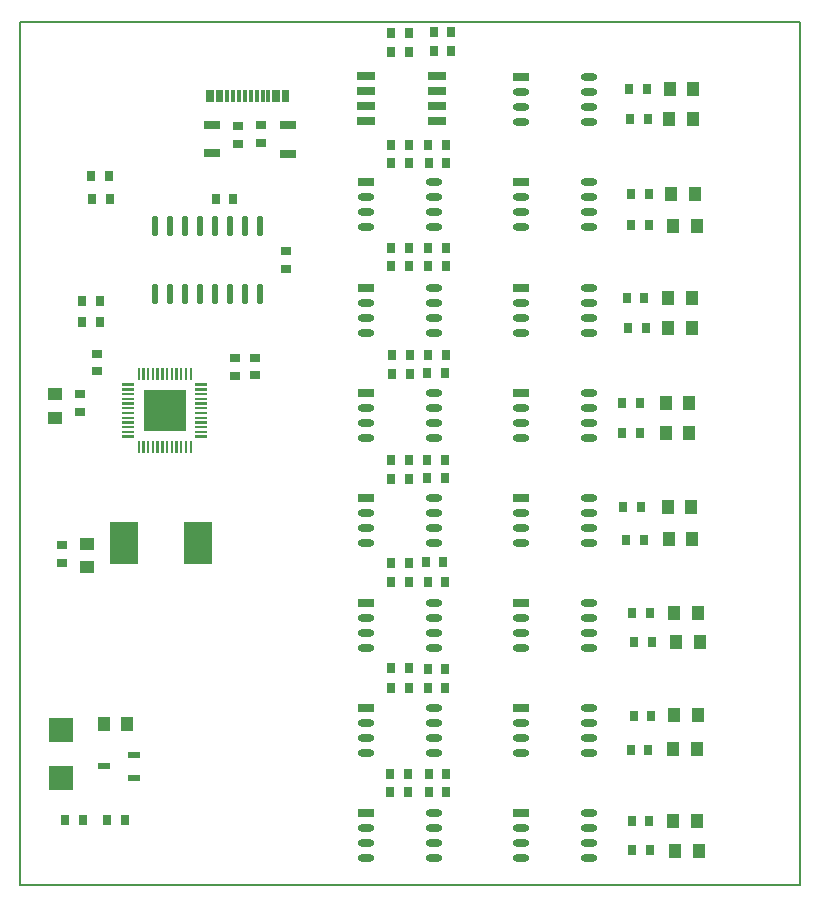
<source format=gtp>
%FSLAX25Y25*%
%MOIN*%
G70*
G01*
G75*
G04 Layer_Color=8421504*
%ADD10C,0.01000*%
%ADD11C,0.00800*%
%ADD12C,0.02000*%
%ADD13R,0.02756X0.03347*%
%ADD14R,0.03937X0.05118*%
%ADD15R,0.07874X0.07874*%
%ADD16R,0.17323X0.17323*%
%ADD17R,0.03937X0.00787*%
%ADD18R,0.00787X0.03937*%
%ADD19O,0.02205X0.06870*%
%ADD20R,0.03347X0.02756*%
%ADD21R,0.01181X0.03937*%
%ADD22R,0.05315X0.02559*%
%ADD23R,0.05118X0.03937*%
%ADD24R,0.09543X0.14252*%
%ADD25R,0.03937X0.02362*%
%ADD26O,0.05500X0.02500*%
%ADD27R,0.05500X0.02500*%
%ADD28R,0.05906X0.02500*%
%ADD29C,0.00500*%
%ADD30C,0.09961*%
%ADD31R,0.05906X0.05906*%
%ADD32C,0.05906*%
%ADD33R,0.05906X0.05906*%
%ADD34O,0.03937X0.08268*%
%ADD35C,0.02638*%
%ADD36C,0.06496*%
%ADD37C,0.02000*%
%ADD38C,0.03000*%
%ADD39R,0.02362X0.03937*%
%ADD40R,0.07874X0.07874*%
%ADD41C,0.01181*%
%ADD42C,0.00700*%
%ADD43C,0.00787*%
%ADD44C,0.00600*%
G36*
X-197527Y150520D02*
X-201464D01*
Y151307D01*
X-197527D01*
Y150520D01*
D02*
G37*
G36*
X-204765Y151065D02*
X-218624D01*
Y164924D01*
X-204765D01*
Y151065D01*
D02*
G37*
G36*
X-221936Y152095D02*
X-225873D01*
Y152882D01*
X-221936D01*
Y152095D01*
D02*
G37*
G36*
Y148945D02*
X-225873D01*
Y149732D01*
X-221936D01*
Y148945D01*
D02*
G37*
G36*
X-197527Y148945D02*
X-201464D01*
Y149732D01*
X-197527D01*
Y148945D01*
D02*
G37*
G36*
X-221936Y150520D02*
X-225873D01*
Y151307D01*
X-221936D01*
Y150520D01*
D02*
G37*
G36*
X-221936Y155244D02*
X-225873D01*
Y156031D01*
X-221936D01*
Y155244D01*
D02*
G37*
G36*
X-197527Y155244D02*
X-201464D01*
Y156032D01*
X-197527D01*
Y155244D01*
D02*
G37*
G36*
X-221936Y156819D02*
X-225873D01*
Y157606D01*
X-221936D01*
Y156819D01*
D02*
G37*
G36*
X-197527Y152095D02*
X-201464D01*
Y152882D01*
X-197527D01*
Y152095D01*
D02*
G37*
G36*
X-221936Y153670D02*
X-225873D01*
Y154457D01*
X-221936D01*
Y153670D01*
D02*
G37*
G36*
X-197527D02*
X-201464D01*
Y154457D01*
X-197527D01*
Y153670D01*
D02*
G37*
G36*
X-216818Y143827D02*
X-217605D01*
Y147764D01*
X-216818D01*
Y143827D01*
D02*
G37*
G36*
X-215243D02*
X-216030D01*
Y147764D01*
X-215243D01*
Y143827D01*
D02*
G37*
G36*
X-212094D02*
X-212881D01*
Y147764D01*
X-212094D01*
Y143827D01*
D02*
G37*
G36*
X-213668Y143827D02*
X-214456D01*
Y147764D01*
X-213668D01*
Y143827D01*
D02*
G37*
G36*
X-219968Y143827D02*
X-220755D01*
Y147764D01*
X-219968D01*
Y143827D01*
D02*
G37*
G36*
X-218393D02*
X-219180D01*
Y147764D01*
X-218393D01*
Y143827D01*
D02*
G37*
G36*
X-205795D02*
X-206582D01*
Y147764D01*
X-205795D01*
Y143827D01*
D02*
G37*
G36*
X-204221D02*
X-205008D01*
Y147764D01*
X-204221D01*
Y143827D01*
D02*
G37*
G36*
X-202645D02*
X-203432D01*
Y147764D01*
X-202645D01*
Y143827D01*
D02*
G37*
G36*
X-210521D02*
X-211308D01*
Y147764D01*
X-210521D01*
Y143827D01*
D02*
G37*
G36*
X-208944D02*
X-209731D01*
Y147764D01*
X-208944D01*
Y143827D01*
D02*
G37*
G36*
X-207371D02*
X-208158D01*
Y147764D01*
X-207371D01*
Y143827D01*
D02*
G37*
G36*
X-197527Y156819D02*
X-201464D01*
Y157606D01*
X-197527D01*
Y156819D01*
D02*
G37*
G36*
X-216818Y168236D02*
X-217605D01*
Y172173D01*
X-216818D01*
Y168236D01*
D02*
G37*
G36*
X-215243D02*
X-216030D01*
Y172173D01*
X-215243D01*
Y168236D01*
D02*
G37*
G36*
X-212094D02*
X-212881D01*
Y172173D01*
X-212094D01*
Y168236D01*
D02*
G37*
G36*
X-213668Y168236D02*
X-214456D01*
Y172173D01*
X-213668D01*
Y168236D01*
D02*
G37*
G36*
X-219968Y168236D02*
X-220755D01*
Y172173D01*
X-219968D01*
Y168236D01*
D02*
G37*
G36*
X-218393D02*
X-219180D01*
Y172173D01*
X-218393D01*
Y168236D01*
D02*
G37*
G36*
X-205795D02*
X-206582D01*
Y172173D01*
X-205795D01*
Y168236D01*
D02*
G37*
G36*
X-204221D02*
X-205008D01*
Y172173D01*
X-204221D01*
Y168236D01*
D02*
G37*
G36*
X-202645D02*
X-203432D01*
Y172173D01*
X-202645D01*
Y168236D01*
D02*
G37*
G36*
X-210521D02*
X-211308D01*
Y172173D01*
X-210521D01*
Y168236D01*
D02*
G37*
G36*
X-208944D02*
X-209731D01*
Y172173D01*
X-208944D01*
Y168236D01*
D02*
G37*
G36*
X-207371D02*
X-208158D01*
Y172173D01*
X-207371D01*
Y168236D01*
D02*
G37*
G36*
X-197527Y159969D02*
X-201464D01*
Y160756D01*
X-197527D01*
Y159969D01*
D02*
G37*
G36*
X-221936Y161542D02*
X-225873D01*
Y162329D01*
X-221936D01*
Y161542D01*
D02*
G37*
G36*
X-197527Y161542D02*
X-201464D01*
Y162329D01*
X-197527D01*
Y161542D01*
D02*
G37*
G36*
X-221936Y158392D02*
X-225873D01*
Y159179D01*
X-221936D01*
Y158392D01*
D02*
G37*
G36*
X-197527Y158392D02*
X-201464D01*
Y159179D01*
X-197527D01*
Y158392D01*
D02*
G37*
G36*
X-221936Y159969D02*
X-225873D01*
Y160756D01*
X-221936D01*
Y159969D01*
D02*
G37*
G36*
X-197527Y164692D02*
X-201464D01*
Y165479D01*
X-197527D01*
Y164692D01*
D02*
G37*
G36*
X-221936Y166268D02*
X-225873D01*
Y167055D01*
X-221936D01*
Y166268D01*
D02*
G37*
G36*
X-197527D02*
X-201464D01*
Y167055D01*
X-197527D01*
Y166268D01*
D02*
G37*
G36*
X-221936Y163118D02*
X-225873D01*
Y163905D01*
X-221936D01*
Y163118D01*
D02*
G37*
G36*
X-197527Y163118D02*
X-201464D01*
Y163905D01*
X-197527D01*
Y163118D01*
D02*
G37*
G36*
X-221936Y164692D02*
X-225873D01*
Y165479D01*
X-221936D01*
Y164692D01*
D02*
G37*
D13*
X-49494Y56300D02*
D03*
X-55400D02*
D03*
X-52895Y125800D02*
D03*
X-58800D02*
D03*
X-50195Y21300D02*
D03*
X-56100D02*
D03*
X-49894Y90400D02*
D03*
X-55800D02*
D03*
X-56300Y230100D02*
D03*
X-50394D02*
D03*
X-59200Y160400D02*
D03*
X-53294D02*
D03*
X-56900Y265100D02*
D03*
X-50994D02*
D03*
X-57700Y195400D02*
D03*
X-51794D02*
D03*
X-230400Y236235D02*
D03*
X-236305D02*
D03*
X-229900Y228435D02*
D03*
X-235806D02*
D03*
X-188795Y228700D02*
D03*
X-194700D02*
D03*
X-239200Y187535D02*
D03*
X-233295D02*
D03*
X-233400Y194635D02*
D03*
X-239305D02*
D03*
X-231006Y21400D02*
D03*
X-225100D02*
D03*
X-238900Y21700D02*
D03*
X-244806D02*
D03*
X-130700Y36800D02*
D03*
X-136606D02*
D03*
X-130700Y30900D02*
D03*
X-136606D02*
D03*
X-117795D02*
D03*
X-123700D02*
D03*
Y36800D02*
D03*
X-117795D02*
D03*
X-130400Y72200D02*
D03*
X-136305D02*
D03*
X-130400Y65700D02*
D03*
X-136305D02*
D03*
X-118194Y65500D02*
D03*
X-124100D02*
D03*
Y72000D02*
D03*
X-118194D02*
D03*
X-130300Y107200D02*
D03*
X-136205D02*
D03*
X-118194Y101000D02*
D03*
X-124100D02*
D03*
X-130300Y100800D02*
D03*
X-136205D02*
D03*
X-118795Y107400D02*
D03*
X-124700D02*
D03*
X-130300Y141400D02*
D03*
X-136205D02*
D03*
X-130300Y135300D02*
D03*
X-136205D02*
D03*
X-118394Y135400D02*
D03*
X-124300D02*
D03*
Y141400D02*
D03*
X-118394D02*
D03*
X-136005Y176400D02*
D03*
X-130100D02*
D03*
X-136005Y170300D02*
D03*
X-130100D02*
D03*
X-124300Y170400D02*
D03*
X-118394D02*
D03*
X-118095Y176600D02*
D03*
X-124000D02*
D03*
X-136106Y212100D02*
D03*
X-130200D02*
D03*
X-136106Y206200D02*
D03*
X-130200D02*
D03*
X-124000Y212100D02*
D03*
X-118095D02*
D03*
X-124000Y206200D02*
D03*
X-118095D02*
D03*
X-136106Y246700D02*
D03*
X-130200D02*
D03*
X-136106Y240500D02*
D03*
X-130200D02*
D03*
X-123700D02*
D03*
X-117795D02*
D03*
X-117894Y246700D02*
D03*
X-123800D02*
D03*
X-136106Y284000D02*
D03*
X-130200D02*
D03*
X-136106Y277600D02*
D03*
X-130200D02*
D03*
X-122100Y277800D02*
D03*
X-116194D02*
D03*
Y284100D02*
D03*
X-122100D02*
D03*
X-50600Y255100D02*
D03*
X-56506D02*
D03*
X-50200Y219800D02*
D03*
X-56106D02*
D03*
X-51400Y185700D02*
D03*
X-57306D02*
D03*
X-53300Y150500D02*
D03*
X-59206D02*
D03*
X-58005Y115000D02*
D03*
X-52100D02*
D03*
X-55206Y81000D02*
D03*
X-49300D02*
D03*
X-56406Y44900D02*
D03*
X-50500D02*
D03*
X-55905Y11400D02*
D03*
X-50000D02*
D03*
D14*
X-36200Y125800D02*
D03*
X-44074D02*
D03*
X-43874Y195500D02*
D03*
X-36000D02*
D03*
X-224226Y53500D02*
D03*
X-232100D02*
D03*
X-43574Y255100D02*
D03*
X-35700D02*
D03*
X-43374Y265100D02*
D03*
X-35500D02*
D03*
X-42274Y219700D02*
D03*
X-34400D02*
D03*
X-42774Y230100D02*
D03*
X-34900D02*
D03*
X-43874Y185500D02*
D03*
X-36000D02*
D03*
X-44674Y150500D02*
D03*
X-36800D02*
D03*
X-44674Y160400D02*
D03*
X-36800D02*
D03*
X-35800Y115300D02*
D03*
X-43674D02*
D03*
X-33300Y80900D02*
D03*
X-41174D02*
D03*
X-34000Y90400D02*
D03*
X-41874D02*
D03*
X-34400Y45100D02*
D03*
X-42274D02*
D03*
X-33900Y56400D02*
D03*
X-41774D02*
D03*
X-33700Y11300D02*
D03*
X-41574D02*
D03*
X-34300Y21300D02*
D03*
X-42174D02*
D03*
D15*
X-246200Y51448D02*
D03*
Y35700D02*
D03*
D19*
X-179800Y219609D02*
D03*
X-184800D02*
D03*
X-189800D02*
D03*
X-194800D02*
D03*
X-199800D02*
D03*
X-204800D02*
D03*
X-209800D02*
D03*
X-214800D02*
D03*
X-179800Y196991D02*
D03*
X-184800D02*
D03*
X-189800D02*
D03*
X-194800D02*
D03*
X-199800D02*
D03*
X-204800D02*
D03*
X-209800D02*
D03*
X-214800D02*
D03*
D20*
X-171300Y205294D02*
D03*
Y211200D02*
D03*
X-187200Y246900D02*
D03*
Y252805D02*
D03*
X-179500Y247200D02*
D03*
Y253105D02*
D03*
X-234200Y171095D02*
D03*
Y177000D02*
D03*
X-240000Y163605D02*
D03*
Y157700D02*
D03*
X-188200Y169595D02*
D03*
Y175500D02*
D03*
X-181700Y175700D02*
D03*
Y169794D02*
D03*
X-246100Y107194D02*
D03*
Y113100D02*
D03*
D21*
X-196008Y262800D02*
D03*
X-197189D02*
D03*
X-194039D02*
D03*
X-192858D02*
D03*
X-190890D02*
D03*
X-188921D02*
D03*
X-186953D02*
D03*
X-184984D02*
D03*
X-183016D02*
D03*
X-181047D02*
D03*
X-179079D02*
D03*
X-177110D02*
D03*
X-175142D02*
D03*
X-173961D02*
D03*
X-171992D02*
D03*
X-170811D02*
D03*
D22*
X-195800Y253349D02*
D03*
Y243900D02*
D03*
X-170500Y253149D02*
D03*
Y243700D02*
D03*
D23*
X-248200Y163474D02*
D03*
Y155600D02*
D03*
X-237600Y105826D02*
D03*
Y113700D02*
D03*
D24*
X-200585Y113800D02*
D03*
X-225215D02*
D03*
D25*
X-222100Y35500D02*
D03*
X-231943Y39437D02*
D03*
X-222100Y43374D02*
D03*
D26*
X-144700Y18800D02*
D03*
X-122062D02*
D03*
X-144700Y8800D02*
D03*
Y13800D02*
D03*
X-122062Y8800D02*
D03*
Y23800D02*
D03*
Y13800D02*
D03*
X-144700Y53843D02*
D03*
X-122062D02*
D03*
X-144700Y43843D02*
D03*
Y48843D02*
D03*
X-122062Y43843D02*
D03*
Y58843D02*
D03*
Y48843D02*
D03*
X-144700Y88886D02*
D03*
X-122062D02*
D03*
X-144700Y78886D02*
D03*
Y83886D02*
D03*
X-122062Y78886D02*
D03*
Y93886D02*
D03*
Y83886D02*
D03*
X-144700Y123928D02*
D03*
X-122062D02*
D03*
X-144700Y113928D02*
D03*
Y118929D02*
D03*
X-122062Y113928D02*
D03*
Y128928D02*
D03*
Y118929D02*
D03*
X-144700Y158971D02*
D03*
X-122062D02*
D03*
X-144700Y148971D02*
D03*
Y153971D02*
D03*
X-122062Y148971D02*
D03*
Y163971D02*
D03*
Y153971D02*
D03*
X-144700Y194014D02*
D03*
X-122062D02*
D03*
X-144700Y184014D02*
D03*
Y189014D02*
D03*
X-122062Y184014D02*
D03*
Y199014D02*
D03*
Y189014D02*
D03*
X-144700Y229057D02*
D03*
X-122062D02*
D03*
X-144700Y219057D02*
D03*
Y224057D02*
D03*
X-122062Y219057D02*
D03*
Y234057D02*
D03*
Y224057D02*
D03*
X-93000Y264100D02*
D03*
X-70362D02*
D03*
X-93000Y254100D02*
D03*
Y259100D02*
D03*
X-70362Y254100D02*
D03*
Y269100D02*
D03*
Y259100D02*
D03*
X-93000Y229057D02*
D03*
X-70362D02*
D03*
X-93000Y219057D02*
D03*
Y224057D02*
D03*
X-70362Y219057D02*
D03*
Y234057D02*
D03*
Y224057D02*
D03*
X-93000Y194014D02*
D03*
X-70362D02*
D03*
X-93000Y184014D02*
D03*
Y189014D02*
D03*
X-70362Y184014D02*
D03*
Y199014D02*
D03*
Y189014D02*
D03*
X-93000Y158971D02*
D03*
X-70362D02*
D03*
X-93000Y148971D02*
D03*
Y153971D02*
D03*
X-70362Y148971D02*
D03*
Y163971D02*
D03*
Y153971D02*
D03*
X-93000Y123928D02*
D03*
X-70362D02*
D03*
X-93000Y113928D02*
D03*
Y118929D02*
D03*
X-70362Y113928D02*
D03*
Y128928D02*
D03*
Y118929D02*
D03*
X-93000Y88886D02*
D03*
X-70362D02*
D03*
X-93000Y78886D02*
D03*
Y83886D02*
D03*
X-70362Y78886D02*
D03*
Y93886D02*
D03*
Y83886D02*
D03*
X-93000Y53843D02*
D03*
X-70362D02*
D03*
X-93000Y43843D02*
D03*
Y48843D02*
D03*
X-70362Y43843D02*
D03*
Y58843D02*
D03*
Y48843D02*
D03*
X-93000Y18800D02*
D03*
X-70362D02*
D03*
X-93000Y8800D02*
D03*
Y13800D02*
D03*
X-70362Y8800D02*
D03*
Y23800D02*
D03*
Y13800D02*
D03*
D27*
X-144700Y23800D02*
D03*
Y58843D02*
D03*
Y93886D02*
D03*
Y128928D02*
D03*
Y163971D02*
D03*
Y199014D02*
D03*
Y234057D02*
D03*
X-93000Y269100D02*
D03*
Y234057D02*
D03*
Y199014D02*
D03*
Y163971D02*
D03*
Y128928D02*
D03*
Y93886D02*
D03*
Y58843D02*
D03*
Y23800D02*
D03*
D28*
X-144497Y259417D02*
D03*
Y254417D02*
D03*
X-120875Y269417D02*
D03*
Y264417D02*
D03*
Y259417D02*
D03*
Y254417D02*
D03*
X-144497Y269417D02*
D03*
Y264417D02*
D03*
D29*
X-259842Y287402D02*
X0D01*
Y0D02*
Y287402D01*
X-259842Y0D02*
X0D01*
X-259842D02*
Y287402D01*
M02*

</source>
